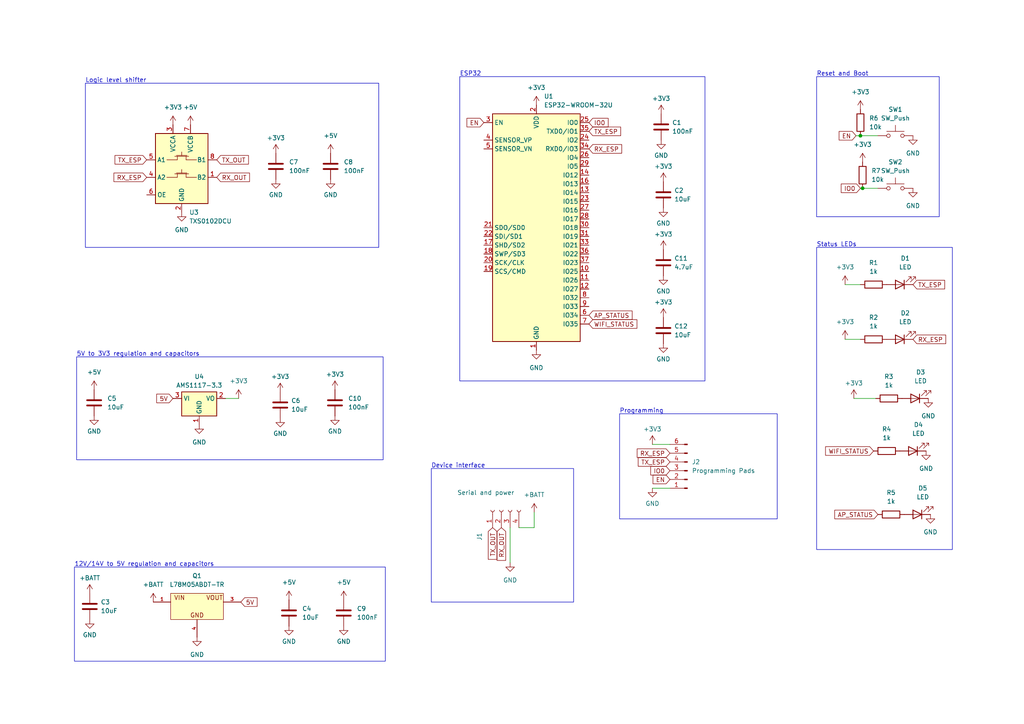
<source format=kicad_sch>
(kicad_sch (version 20230121) (generator eeschema)
  (paper "A4")
  (lib_symbols
    (symbol "Connector:Conn_01x04_Socket" (pin_names (offset 1.016) hide)
      (property "Reference" "J" (at 0 5.08 0))
      (property "Value" "Conn_01x04_Socket" (at 0 -7.62 0))
      (symbol "Conn_01x04_Socket_1_1"
        (arc (start 0 -4.572) (mid -0.5058 -5.08) (end 0 -5.588) (stroke (width 0.1524)))
        (arc (start 0 -2.032) (mid -0.5058 -2.54) (end 0 -3.048) (stroke (width 0.1524)))
        (polyline (pts (xy -1.27 -5.08) (xy -0.508 -5.08)) (stroke (width 0.1524)))
        (polyline (pts (xy -1.27 -2.54) (xy -0.508 -2.54)) (stroke (width 0.1524)))
        (polyline (pts (xy -1.27 0) (xy -0.508 0)) (stroke (width 0.1524)))
        (polyline (pts (xy -1.27 2.54) (xy -0.508 2.54)) (stroke (width 0.1524)))
        (arc (start 0 0.508) (mid -0.5058 0) (end 0 -0.508) (stroke (width 0.1524)))
        (arc (start 0 3.048) (mid -0.5058 2.54) (end 0 2.032) (stroke (width 0.1524)))
        (pin passive line (at -5.08 2.54 0) (length 3.81) (name "Pin_1") (number "1"))
        (pin passive line (at -5.08 0 0) (length 3.81) (name "Pin_2") (number "2"))
        (pin passive line (at -5.08 -2.54 0) (length 3.81) (name "Pin_3") (number "3"))
        (pin passive line (at -5.08 -5.08 0) (length 3.81) (name "Pin_4") (number "4"))
      )
    )
    (symbol "Connector:Conn_01x06_Pin" (pin_names (offset 1.016) hide)
      (property "Reference" "J" (at 0 7.62 0))
      (property "Value" "Conn_01x06_Pin" (at 0 -10.16 0))
      (symbol "Conn_01x06_Pin_1_1"
        (polyline (pts (xy 1.27 -7.62) (xy 0.8636 -7.62)) (stroke (width 0.1524)))
        (polyline (pts (xy 1.27 -5.08) (xy 0.8636 -5.08)) (stroke (width 0.1524)))
        (polyline (pts (xy 1.27 -2.54) (xy 0.8636 -2.54)) (stroke (width 0.1524)))
        (polyline (pts (xy 1.27 0) (xy 0.8636 0)) (stroke (width 0.1524)))
        (polyline (pts (xy 1.27 2.54) (xy 0.8636 2.54)) (stroke (width 0.1524)))
        (polyline (pts (xy 1.27 5.08) (xy 0.8636 5.08)) (stroke (width 0.1524)))
        (rectangle (start 0.8636 -7.493) (end 0 -7.747) (stroke (width 0.1524)) (fill (type outline)))
        (rectangle (start 0.8636 -4.953) (end 0 -5.207) (stroke (width 0.1524)) (fill (type outline)))
        (rectangle (start 0.8636 -2.413) (end 0 -2.667) (stroke (width 0.1524)) (fill (type outline)))
        (rectangle (start 0.8636 0.127) (end 0 -0.127) (stroke (width 0.1524)) (fill (type outline)))
        (rectangle (start 0.8636 2.667) (end 0 2.413) (stroke (width 0.1524)) (fill (type outline)))
        (rectangle (start 0.8636 5.207) (end 0 4.953) (stroke (width 0.1524)) (fill (type outline)))
        (pin passive line (at 5.08 5.08 180) (length 3.81) (name "Pin_1") (number "1"))
        (pin passive line (at 5.08 2.54 180) (length 3.81) (name "Pin_2") (number "2"))
        (pin passive line (at 5.08 0 180) (length 3.81) (name "Pin_3") (number "3"))
        (pin passive line (at 5.08 -2.54 180) (length 3.81) (name "Pin_4") (number "4"))
        (pin passive line (at 5.08 -5.08 180) (length 3.81) (name "Pin_5") (number "5"))
        (pin passive line (at 5.08 -7.62 180) (length 3.81) (name "Pin_6") (number "6"))
      )
    )
    (symbol "Device:C" (pin_numbers hide) (pin_names (offset 0.254))
      (property "Reference" "C" (at 0.635 2.54 0))
      (property "Value" "C" (at 0.635 -2.54 0))
      (symbol "C_0_1"
        (polyline (pts (xy -2.032 -0.762) (xy 2.032 -0.762)) (stroke (width 0.508)))
        (polyline (pts (xy -2.032 0.762) (xy 2.032 0.762)) (stroke (width 0.508)))
      )
      (symbol "C_1_1"
        (pin passive line (at 0 3.81 270) (length 2.794) (name "~") (number "1"))
        (pin passive line (at 0 -3.81 90) (length 2.794) (name "~") (number "2"))
      )
    )
    (symbol "Device:LED" (pin_numbers hide) (pin_names (offset 1.016) hide)
      (property "Reference" "D" (at 0 2.54 0))
      (property "Value" "LED" (at 0 -2.54 0))
      (symbol "LED_0_1"
        (polyline (pts (xy -1.27 -1.27) (xy -1.27 1.27)) (stroke (width 0.254)))
        (polyline (pts (xy -1.27 0) (xy 1.27 0)))
        (polyline (pts (xy 1.27 -1.27) (xy 1.27 1.27) (xy -1.27 0) (xy 1.27 -1.27)) (stroke (width 0.254)))
        (polyline (pts (xy -3.048 -0.762) (xy -4.572 -2.286) (xy -3.81 -2.286) (xy -4.572 -2.286) (xy -4.572 -1.524)))
        (polyline (pts (xy -1.778 -0.762) (xy -3.302 -2.286) (xy -2.54 -2.286) (xy -3.302 -2.286) (xy -3.302 -1.524)))
      )
      (symbol "LED_1_1"
        (pin passive line (at -3.81 0 0) (length 2.54) (name "K") (number "1"))
        (pin passive line (at 3.81 0 180) (length 2.54) (name "A") (number "2"))
      )
    )
    (symbol "Device:R" (pin_numbers hide) (pin_names (offset 0))
      (property "Reference" "R" (at 2.032 0 90))
      (property "Value" "R" (at 0 0 90))
      (symbol "R_0_1"
        (rectangle (start -1.016 -2.54) (end 1.016 2.54) (stroke (width 0.254)))
      )
      (symbol "R_1_1"
        (pin passive line (at 0 3.81 270) (length 1.27) (name "~") (number "1"))
        (pin passive line (at 0 -3.81 90) (length 1.27) (name "~") (number "2"))
      )
    )
    (symbol "JLC:L78M05ABDT-TR" (pin_names hide)
      (property "Reference" "Q" (at 0 1.27 0))
      (property "Value" "L78M05ABDT-TR" (at 0 -2.54 0))
      (symbol "L78M05ABDT-TR_0_1"
        (rectangle (start -7.62 6.35) (end 7.62 -1.27) (fill (type background)))
        (pin power_in line (at -12.7 3.81 0) (length 5.08) (name "IN") (number "1"))
        (pin power_in line (at 12.7 3.81 180) (length 5.08) (name "OUT") (number "3"))
        (pin power_in line (at 0 -6.35 90) (length 5.08) (name "GND") (number "4"))
      )
      (symbol "L78M05ABDT-TR_1_1"
        (text "GND" (at 0 0 0) (effects (font (size 1.27 1.27))))
        (text "VIN" (at -5.08 5.08 0) (effects (font (size 1.27 1.27))))
        (text "VOUT" (at 5.08 5.08 0) (effects (font (size 1.27 1.27))))
      )
    )
    (symbol "Logic_LevelTranslator:TXS0102DCU"
      (property "Reference" "U" (at -6.35 11.43 0))
      (property "Value" "TXS0102DCU" (at 3.81 11.43 0))
      (symbol "TXS0102DCU_0_1"
        (rectangle (start -7.62 10.16) (end 7.62 -10.16) (stroke (width 0.254)) (fill (type background)))
        (polyline (pts (xy -4.318 -2.54) (xy -1.27 -2.54)))
        (polyline (pts (xy -2.032 -1.524) (xy 2.032 -1.524)))
        (polyline (pts (xy -1.524 -1.27) (xy 1.524 -1.27)))
        (polyline (pts (xy -1.27 -2.54) (xy -1.27 -1.524)))
        (polyline (pts (xy 0 -1.27) (xy 0 -0.254)))
        (polyline (pts (xy 1.27 -2.54) (xy 1.27 -1.524)))
        (polyline (pts (xy 4.318 -2.54) (xy 1.27 -2.54)))
      )
      (symbol "TXS0102DCU_1_1"
        (polyline (pts (xy -4.318 2.54) (xy -1.27 2.54)))
        (polyline (pts (xy -2.032 3.556) (xy 2.032 3.556)))
        (polyline (pts (xy -1.524 3.81) (xy 1.524 3.81)))
        (polyline (pts (xy -1.27 2.54) (xy -1.27 3.556)))
        (polyline (pts (xy 0 3.81) (xy 0 4.826)))
        (polyline (pts (xy 1.27 2.54) (xy 1.27 3.556)))
        (polyline (pts (xy 4.318 2.54) (xy 1.27 2.54)))
        (pin bidirectional line (at 10.16 -2.54 180) (length 2.54) (name "B2") (number "1"))
        (pin power_in line (at 0 -12.7 90) (length 2.54) (name "GND") (number "2"))
        (pin power_in line (at -2.54 12.7 270) (length 2.54) (name "VCCA") (number "3"))
        (pin bidirectional line (at -10.16 -2.54 0) (length 2.54) (name "A2") (number "4"))
        (pin bidirectional line (at -10.16 2.54 0) (length 2.54) (name "A1") (number "5"))
        (pin input line (at -10.16 -7.62 0) (length 2.54) (name "OE") (number "6"))
        (pin power_in line (at 2.54 12.7 270) (length 2.54) (name "VCCB") (number "7"))
        (pin bidirectional line (at 10.16 2.54 180) (length 2.54) (name "B1") (number "8"))
      )
    )
    (symbol "RF_Module:ESP32-WROOM-32U"
      (property "Reference" "U" (at -12.7 34.29 0))
      (property "Value" "ESP32-WROOM-32U" (at 1.27 34.29 0))
      (symbol "ESP32-WROOM-32U_0_1"
        (rectangle (start -12.7 33.02) (end 12.7 -33.02) (stroke (width 0.254)) (fill (type background)))
      )
      (symbol "ESP32-WROOM-32U_1_1"
        (pin power_in line (at 0 -35.56 90) (length 2.54) (name "GND") (number "1"))
        (pin bidirectional line (at 15.24 -12.7 180) (length 2.54) (name "IO25") (number "10"))
        (pin bidirectional line (at 15.24 -15.24 180) (length 2.54) (name "IO26") (number "11"))
        (pin bidirectional line (at 15.24 -17.78 180) (length 2.54) (name "IO27") (number "12"))
        (pin bidirectional line (at 15.24 10.16 180) (length 2.54) (name "IO14") (number "13"))
        (pin bidirectional line (at 15.24 15.24 180) (length 2.54) (name "IO12") (number "14"))
        (pin passive line (at 0 -35.56 90) (length 2.54) hide (name "GND") (number "15"))
        (pin bidirectional line (at 15.24 12.7 180) (length 2.54) (name "IO13") (number "16"))
        (pin bidirectional line (at -15.24 -5.08 0) (length 2.54) (name "SHD/SD2") (number "17"))
        (pin bidirectional line (at -15.24 -7.62 0) (length 2.54) (name "SWP/SD3") (number "18"))
        (pin bidirectional line (at -15.24 -12.7 0) (length 2.54) (name "SCS/CMD") (number "19"))
        (pin power_in line (at 0 35.56 270) (length 2.54) (name "VDD") (number "2"))
        (pin bidirectional line (at -15.24 -10.16 0) (length 2.54) (name "SCK/CLK") (number "20"))
        (pin bidirectional line (at -15.24 0 0) (length 2.54) (name "SDO/SD0") (number "21"))
        (pin bidirectional line (at -15.24 -2.54 0) (length 2.54) (name "SDI/SD1") (number "22"))
        (pin bidirectional line (at 15.24 7.62 180) (length 2.54) (name "IO15") (number "23"))
        (pin bidirectional line (at 15.24 25.4 180) (length 2.54) (name "IO2") (number "24"))
        (pin bidirectional line (at 15.24 30.48 180) (length 2.54) (name "IO0") (number "25"))
        (pin bidirectional line (at 15.24 20.32 180) (length 2.54) (name "IO4") (number "26"))
        (pin bidirectional line (at 15.24 5.08 180) (length 2.54) (name "IO16") (number "27"))
        (pin bidirectional line (at 15.24 2.54 180) (length 2.54) (name "IO17") (number "28"))
        (pin bidirectional line (at 15.24 17.78 180) (length 2.54) (name "IO5") (number "29"))
        (pin input line (at -15.24 30.48 0) (length 2.54) (name "EN") (number "3"))
        (pin bidirectional line (at 15.24 0 180) (length 2.54) (name "IO18") (number "30"))
        (pin bidirectional line (at 15.24 -2.54 180) (length 2.54) (name "IO19") (number "31"))
        (pin no_connect line (at -12.7 -27.94 0) (length 2.54) hide (name "NC") (number "32"))
        (pin bidirectional line (at 15.24 -5.08 180) (length 2.54) (name "IO21") (number "33"))
        (pin bidirectional line (at 15.24 22.86 180) (length 2.54) (name "RXD0/IO3") (number "34"))
        (pin bidirectional line (at 15.24 27.94 180) (length 2.54) (name "TXD0/IO1") (number "35"))
        (pin bidirectional line (at 15.24 -7.62 180) (length 2.54) (name "IO22") (number "36"))
        (pin bidirectional line (at 15.24 -10.16 180) (length 2.54) (name "IO23") (number "37"))
        (pin passive line (at 0 -35.56 90) (length 2.54) hide (name "GND") (number "38"))
        (pin passive line (at 0 -35.56 90) (length 2.54) hide (name "GND") (number "39"))
        (pin input line (at -15.24 25.4 0) (length 2.54) (name "SENSOR_VP") (number "4"))
        (pin input line (at -15.24 22.86 0) (length 2.54) (name "SENSOR_VN") (number "5"))
        (pin input line (at 15.24 -25.4 180) (length 2.54) (name "IO34") (number "6"))
        (pin input line (at 15.24 -27.94 180) (length 2.54) (name "IO35") (number "7"))
        (pin bidirectional line (at 15.24 -20.32 180) (length 2.54) (name "IO32") (number "8"))
        (pin bidirectional line (at 15.24 -22.86 180) (length 2.54) (name "IO33") (number "9"))
      )
    )
    (symbol "Regulator_Linear:AMS1117-3.3"
      (property "Reference" "U" (at -3.81 3.175 0))
      (property "Value" "AMS1117-3.3" (at 0 3.175 0))
      (symbol "AMS1117-3.3_0_1"
        (rectangle (start -5.08 -5.08) (end 5.08 1.905) (stroke (width 0.254)) (fill (type background)))
      )
      (symbol "AMS1117-3.3_1_1"
        (pin power_in line (at 0 -7.62 90) (length 2.54) (name "GND") (number "1"))
        (pin power_out line (at 7.62 0 180) (length 2.54) (name "VO") (number "2"))
        (pin power_in line (at -7.62 0 0) (length 2.54) (name "VI") (number "3"))
      )
    )
    (symbol "Switch:SW_Push" (pin_numbers hide) (pin_names (offset 1.016) hide)
      (property "Reference" "SW" (at 1.27 2.54 0))
      (property "Value" "SW_Push" (at 0 -1.524 0))
      (symbol "SW_Push_0_1"
        (circle (center -2.032 0) (radius 0.508))
        (polyline (pts (xy 0 1.27) (xy 0 3.048)))
        (polyline (pts (xy 2.54 1.27) (xy -2.54 1.27)))
        (circle (center 2.032 0) (radius 0.508))
        (pin passive line (at -5.08 0 0) (length 2.54) (name "1") (number "1"))
        (pin passive line (at 5.08 0 180) (length 2.54) (name "2") (number "2"))
      )
    )
    (symbol "power:+3V3" (power) (pin_names (offset 0))
      (property "Value" "+3V3" (at 0 3.556 0))
      (symbol "+3V3_0_1"
        (polyline (pts (xy -0.762 1.27) (xy 0 2.54)))
        (polyline (pts (xy 0 0) (xy 0 2.54)))
        (polyline (pts (xy 0 2.54) (xy 0.762 1.27)))
      )
      (symbol "+3V3_1_1"
        (pin power_in line (at 0 0 90) (length 0) hide (name "+3V3") (number "1"))
      )
    )
    (symbol "power:+5V" (power) (pin_names (offset 0))
      (property "Value" "+5V" (at 0 3.556 0))
      (symbol "+5V_0_1"
        (polyline (pts (xy -0.762 1.27) (xy 0 2.54)))
        (polyline (pts (xy 0 0) (xy 0 2.54)))
        (polyline (pts (xy 0 2.54) (xy 0.762 1.27)))
      )
      (symbol "+5V_1_1"
        (pin power_in line (at 0 0 90) (length 0) hide (name "+5V") (number "1"))
      )
    )
    (symbol "power:+BATT" (power) (pin_names (offset 0))
      (property "Value" "+BATT" (at 0 3.556 0))
      (symbol "+BATT_0_1"
        (polyline (pts (xy -0.762 1.27) (xy 0 2.54)))
        (polyline (pts (xy 0 0) (xy 0 2.54)))
        (polyline (pts (xy 0 2.54) (xy 0.762 1.27)))
      )
      (symbol "+BATT_1_1"
        (pin power_in line (at 0 0 90) (length 0) hide (name "+BATT") (number "1"))
      )
    )
    (symbol "power:GND" (power) (pin_names (offset 0))
      (property "Value" "GND" (at 0 -3.81 0))
      (symbol "GND_0_1"
        (polyline (pts (xy 0 0) (xy 0 -1.27) (xy 1.27 -1.27) (xy 0 -2.54) (xy -1.27 -1.27) (xy 0 -1.27)))
      )
      (symbol "GND_1_1"
        (pin power_in line (at 0 0 270) (length 0) hide (name "GND") (number "1"))
      )
    )
  )
  (junction (at 249.555 39.37))
  (junction (at 250.19 54.61))
  (wire (pts (xy 189.23 128.905) (xy 194.31 128.905)))
  (wire (pts (xy 147.955 163.195) (xy 147.955 153.035)))
  (wire (pts (xy 245.11 98.425) (xy 249.555 98.425)))
  (wire (pts (xy 247.65 115.57) (xy 254 115.57)))
  (wire (pts (xy 189.23 141.605) (xy 194.31 141.605)))
  (wire (pts (xy 245.11 82.55) (xy 249.555 82.55)))
  (wire (pts (xy 154.94 148.59) (xy 154.94 153.035)))
  (wire (pts (xy 65.405 115.57) (xy 69.215 115.57)))
  (wire (pts (xy 154.94 153.035) (xy 150.495 153.035)))
  (wire (pts (xy 248.285 39.37) (xy 249.555 39.37)))
  (wire (pts (xy 250.19 54.61) (xy 254.635 54.61)))
  (wire (pts (xy 249.555 39.37) (xy 254.635 39.37)))
  (wire (pts (xy 249.555 54.61) (xy 250.19 54.61)))
  (rectangle (start 125.095 135.89) (end 166.37 174.625))
  (rectangle (start 236.855 22.225) (end 272.415 62.865))
  (rectangle (start 22.225 103.505) (end 111.125 133.35))
  (rectangle (start 236.855 71.755) (end 276.225 159.385))
  (rectangle (start 21.59 164.465) (end 111.76 191.77))
  (rectangle (start 133.35 22.225) (end 204.47 110.49))
  (rectangle (start 24.765 24.13) (end 109.855 71.755))
  (rectangle (start 179.705 120.015) (end 225.425 150.495))
  (text "Status LEDs" (at 236.855 71.755 0) (effects (font (size 1.27 1.27)) (justify left bottom)))
  (text "Programming" (at 179.705 120.015 0) (effects (font (size 1.27 1.27)) (justify left bottom)))
  (text "ESP32" (at 133.35 22.225 0) (effects (font (size 1.27 1.27)) (justify left bottom)))
  (text "5V to 3V3 regulation and capacitors" (at 22.225 103.505 0) (effects (font (size 1.27 1.27)) (justify left bottom)))
  (text "12V/14V to 5V regulation and capacitors" (at 21.59 164.465 0) (effects (font (size 1.27 1.27)) (justify left bottom)))
  (text "Logic level shifter" (at 24.765 24.13 0) (effects (font (size 1.27 1.27)) (justify left bottom)))
  (text "Device interface" (at 125.095 135.89 0) (effects (font (size 1.27 1.27)) (justify left bottom)))
  (text "Reset and Boot" (at 236.855 22.225 0) (effects (font (size 1.27 1.27)) (justify left bottom)))
  (global_label "RX_ESP" (shape input) (at 194.31 131.445 180) (property "Intersheetrefs" "${INTERSHEET_REFS}" (effects hide)))
  (global_label "IO0" (shape input) (at 170.815 35.56 0) (property "Intersheetrefs" "${INTERSHEET_REFS}" (effects hide)))
  (global_label "TX_ESP" (shape input) (at 42.545 46.355 180) (property "Intersheetrefs" "${INTERSHEET_REFS}" (effects hide)))
  (global_label "AP_STATUS" (shape input) (at 170.815 91.44 0) (property "Intersheetrefs" "${INTERSHEET_REFS}" (effects hide)))
  (global_label "TX_ESP" (shape input) (at 194.31 133.985 180) (property "Intersheetrefs" "${INTERSHEET_REFS}" (effects hide)))
  (global_label "TX_ESP" (shape input) (at 264.795 82.55 0) (property "Intersheetrefs" "${INTERSHEET_REFS}" (effects hide)))
  (global_label "RX_OUT" (shape input) (at 145.415 153.035 270) (property "Intersheetrefs" "${INTERSHEET_REFS}" (effects hide)))
  (global_label "TX_OUT" (shape input) (at 62.865 46.355 0) (property "Intersheetrefs" "${INTERSHEET_REFS}" (effects hide)))
  (global_label "WIFI_STATUS" (shape input) (at 170.815 93.98 0) (property "Intersheetrefs" "${INTERSHEET_REFS}" (effects hide)))
  (global_label "WIFI_STATUS" (shape input) (at 253.365 130.81 180) (property "Intersheetrefs" "${INTERSHEET_REFS}" (effects hide)))
  (global_label "RX_ESP" (shape input) (at 264.795 98.425 0) (property "Intersheetrefs" "${INTERSHEET_REFS}" (effects hide)))
  (global_label "EN" (shape input) (at 248.285 39.37 180) (property "Intersheetrefs" "${INTERSHEET_REFS}" (effects hide)))
  (global_label "TX_ESP" (shape input) (at 170.815 38.1 0) (property "Intersheetrefs" "${INTERSHEET_REFS}" (effects hide)))
  (global_label "EN" (shape input) (at 194.31 139.065 180) (property "Intersheetrefs" "${INTERSHEET_REFS}" (effects hide)))
  (global_label "EN" (shape input) (at 140.335 35.56 180) (property "Intersheetrefs" "${INTERSHEET_REFS}" (effects hide)))
  (global_label "RX_ESP" (shape input) (at 170.815 43.18 0) (property "Intersheetrefs" "${INTERSHEET_REFS}" (effects hide)))
  (global_label "IO0" (shape input) (at 249.555 54.61 180) (property "Intersheetrefs" "${INTERSHEET_REFS}" (effects hide)))
  (global_label "AP_STATUS" (shape input) (at 254.635 149.225 180) (property "Intersheetrefs" "${INTERSHEET_REFS}" (effects hide)))
  (global_label "5V" (shape input) (at 50.165 115.57 180) (property "Intersheetrefs" "${INTERSHEET_REFS}" (effects hide)))
  (global_label "RX_OUT" (shape input) (at 62.865 51.435 0) (property "Intersheetrefs" "${INTERSHEET_REFS}" (effects hide)))
  (global_label "5V" (shape input) (at 69.85 174.625 0) (property "Intersheetrefs" "${INTERSHEET_REFS}" (effects hide)))
  (global_label "IO0" (shape input) (at 194.31 136.525 180) (property "Intersheetrefs" "${INTERSHEET_REFS}" (effects hide)))
  (global_label "RX_ESP" (shape input) (at 42.545 51.435 180) (property "Intersheetrefs" "${INTERSHEET_REFS}" (effects hide)))
  (global_label "TX_OUT" (shape input) (at 142.875 153.035 270) (property "Intersheetrefs" "${INTERSHEET_REFS}" (effects hide)))
  (symbol (lib_id "power:+5V") (at 27.305 113.03 0) (unit 1)
    (property "Reference" "#PWR031" (effects hide))
    (property "Value" "+5V" (at 27.305 107.95 0))
  )
  (symbol (lib_id "power:GND") (at 57.785 123.19 0) (unit 1)
    (property "Reference" "#PWR02" (effects hide))
    (property "Value" "GND" (at 57.785 128.27 0))
  )
  (symbol (lib_id "Device:R") (at 253.365 82.55 90) (unit 1)
    (property "Reference" "R1" (at 253.365 76.2 90))
    (property "Value" "1k" (at 253.365 78.74 90))
    (property "Footprint" "Resistor_SMD:R_0805_2012Metric" (effects hide))
  )
  (symbol (lib_id "Device:C") (at 191.77 36.83 0) (unit 1)
    (property "Reference" "C1" (at 194.945 35.56 0) (effects (justify left)))
    (property "Value" "100nF" (at 194.945 38.1 0) (effects (justify left)))
    (property "Footprint" "Capacitor_SMD:C_0805_2012Metric" (effects hide))
  )
  (symbol (lib_id "power:GND") (at 264.795 39.37 0) (unit 1)
    (property "Reference" "#PWR019" (effects hide))
    (property "Value" "GND" (at 264.795 44.45 0))
  )
  (symbol (lib_id "power:GND") (at 27.305 120.65 0) (unit 1)
    (property "Reference" "#PWR032" (effects hide))
    (property "Value" "GND" (at 27.305 125.095 0))
  )
  (symbol (lib_id "Switch:SW_Push") (at 259.715 39.37 0) (unit 1)
    (property "Reference" "SW1" (at 259.715 31.75 0))
    (property "Value" "SW_Push" (at 259.715 34.29 0))
    (property "Footprint" "Button_Switch_SMD:SW_Push_1P1T_XKB_TS-1187A" (effects hide))
    (property "JLC" "C318884" (effects hide))
  )
  (symbol (lib_id "Device:R") (at 257.81 115.57 90) (unit 1)
    (property "Reference" "R3" (at 257.81 109.22 90))
    (property "Value" "1k" (at 257.81 111.76 90))
    (property "Footprint" "Resistor_SMD:R_0805_2012Metric" (effects hide))
  )
  (symbol (lib_id "Device:C") (at 83.82 177.8 0) (unit 1)
    (property "Reference" "C4" (at 87.63 176.53 0) (effects (justify left)))
    (property "Value" "10uF" (at 87.63 179.07 0) (effects (justify left)))
    (property "Footprint" "Capacitor_SMD:C_0805_2012Metric" (effects hide))
  )
  (symbol (lib_id "power:+5V") (at 83.82 173.99 0) (unit 1)
    (property "Reference" "#PWR029" (effects hide))
    (property "Value" "+5V" (at 83.82 168.91 0))
  )
  (symbol (lib_id "Device:C") (at 27.305 116.84 0) (unit 1)
    (property "Reference" "C5" (at 31.115 115.57 0) (effects (justify left)))
    (property "Value" "10uF" (at 31.115 118.11 0) (effects (justify left)))
    (property "Footprint" "Capacitor_SMD:C_0805_2012Metric" (effects hide))
  )
  (symbol (lib_id "Device:C") (at 81.28 117.475 0) (unit 1)
    (property "Reference" "C6" (at 84.455 116.205 0) (effects (justify left)))
    (property "Value" "10uF" (at 84.455 118.745 0) (effects (justify left)))
    (property "Footprint" "Capacitor_SMD:C_0805_2012Metric" (effects hide))
  )
  (symbol (lib_id "power:+5V") (at 99.695 173.99 0) (unit 1)
    (property "Reference" "#PWR039" (effects hide))
    (property "Value" "+5V" (at 99.695 168.91 0))
  )
  (symbol (lib_id "power:GND") (at 155.575 101.6 0) (unit 1)
    (property "Reference" "#PWR03" (effects hide))
    (property "Value" "GND" (at 155.575 106.68 0))
  )
  (symbol (lib_id "Device:C") (at 26.035 175.895 0) (unit 1)
    (property "Reference" "C3" (at 29.21 174.625 0) (effects (justify left)))
    (property "Value" "10uF" (at 29.21 177.165 0) (effects (justify left)))
    (property "Footprint" "Capacitor_SMD:C_0805_2012Metric" (effects hide))
  )
  (symbol (lib_id "power:+3V3") (at 69.215 115.57 0) (unit 1)
    (property "Reference" "#PWR06" (effects hide))
    (property "Value" "+3V3" (at 69.215 110.49 0))
  )
  (symbol (lib_id "power:GND") (at 26.035 179.705 0) (unit 1)
    (property "Reference" "#PWR028" (effects hide))
    (property "Value" "GND" (at 26.035 184.15 0))
  )
  (symbol (lib_id "power:+3V3") (at 250.19 46.99 0) (unit 1)
    (property "Reference" "#PWR018" (effects hide))
    (property "Value" "+3V3" (at 250.19 41.91 0))
  )
  (symbol (lib_id "power:+3V3") (at 249.555 31.75 0) (unit 1)
    (property "Reference" "#PWR011" (effects hide))
    (property "Value" "+3V3" (at 249.555 26.67 0))
  )
  (symbol (lib_id "Device:R") (at 258.445 149.225 90) (unit 1)
    (property "Reference" "R5" (at 258.445 142.875 90))
    (property "Value" "1k" (at 258.445 145.415 90))
    (property "Footprint" "Resistor_SMD:R_0805_2012Metric" (effects hide))
  )
  (symbol (lib_id "power:+3V3") (at 245.11 82.55 0) (unit 1)
    (property "Reference" "#PWR012" (effects hide))
    (property "Value" "+3V3" (at 245.11 77.47 0))
  )
  (symbol (lib_id "Device:LED") (at 260.985 82.55 180) (unit 1)
    (property "Reference" "D1" (at 262.5725 74.93 0))
    (property "Value" "LED" (at 262.5725 77.47 0))
    (property "Footprint" "LED_SMD:LED_0805_2012Metric" (effects hide))
  )
  (symbol (lib_id "power:GND") (at 147.955 163.195 0) (unit 1)
    (property "Reference" "#PWR05" (effects hide))
    (property "Value" "GND" (at 147.955 168.275 0))
  )
  (symbol (lib_id "power:GND") (at 99.695 181.61 0) (unit 1)
    (property "Reference" "#PWR040" (effects hide))
    (property "Value" "GND" (at 99.695 186.055 0))
  )
  (symbol (lib_id "power:GND") (at 191.77 40.64 0) (unit 1)
    (property "Reference" "#PWR026" (effects hide))
    (property "Value" "GND" (at 191.77 45.085 0))
  )
  (symbol (lib_id "power:+3V3") (at 81.28 113.665 0) (unit 1)
    (property "Reference" "#PWR033" (effects hide))
    (property "Value" "+3V3" (at 81.28 109.22 0))
  )
  (symbol (lib_id "Device:LED") (at 265.43 115.57 180) (unit 1)
    (property "Reference" "D3" (at 267.0175 107.95 0))
    (property "Value" "LED" (at 267.0175 110.49 0))
    (property "Footprint" "LED_SMD:LED_0805_2012Metric" (effects hide))
  )
  (symbol (lib_id "power:+5V") (at 95.885 44.45 0) (unit 1)
    (property "Reference" "#PWR038" (effects hide))
    (property "Value" "+5V" (at 95.885 39.37 0))
  )
  (symbol (lib_id "Device:R") (at 253.365 98.425 90) (unit 1)
    (property "Reference" "R2" (at 253.365 92.075 90))
    (property "Value" "1k" (at 253.365 94.615 90))
    (property "Footprint" "Resistor_SMD:R_0805_2012Metric" (effects hide))
  )
  (symbol (lib_id "power:GND") (at 52.705 61.595 0) (unit 1)
    (property "Reference" "#PWR04" (effects hide))
    (property "Value" "GND" (at 52.705 66.675 0))
  )
  (symbol (lib_id "Device:C") (at 192.405 56.515 0) (unit 1)
    (property "Reference" "C2" (at 195.58 55.245 0) (effects (justify left)))
    (property "Value" "10uF" (at 195.58 57.785 0) (effects (justify left)))
    (property "Footprint" "Capacitor_SMD:C_0805_2012Metric" (effects hide))
  )
  (symbol (lib_id "power:GND") (at 57.15 184.785 0) (unit 1)
    (property "Reference" "#PWR01" (effects hide))
    (property "Value" "GND" (at 57.15 189.865 0))
  )
  (symbol (lib_id "Device:LED") (at 260.985 98.425 180) (unit 1)
    (property "Reference" "D2" (at 262.5725 90.805 0))
    (property "Value" "LED" (at 262.5725 93.345 0))
    (property "Footprint" "LED_SMD:LED_0805_2012Metric" (effects hide))
  )
  (symbol (lib_id "power:GND") (at 269.875 149.225 0) (unit 1)
    (property "Reference" "#PWR017" (effects hide))
    (property "Value" "GND" (at 269.875 154.305 0))
  )
  (symbol (lib_id "power:+3V3") (at 191.77 33.02 0) (unit 1)
    (property "Reference" "#PWR023" (effects hide))
    (property "Value" "+3V3" (at 191.77 28.575 0))
  )
  (symbol (lib_id "Device:R") (at 250.19 50.8 180) (unit 1)
    (property "Reference" "R7" (at 252.73 49.53 0) (effects (justify right)))
    (property "Value" "10k" (at 252.73 52.07 0) (effects (justify right)))
    (property "Footprint" "Resistor_SMD:R_0805_2012Metric" (effects hide))
  )
  (symbol (lib_id "Device:C") (at 192.405 95.885 0) (unit 1)
    (property "Reference" "C12" (at 195.58 94.615 0) (effects (justify left)))
    (property "Value" "10uF" (at 195.58 97.155 0) (effects (justify left)))
    (property "Footprint" "Capacitor_SMD:C_0805_2012Metric" (effects hide))
  )
  (symbol (lib_id "Device:R") (at 249.555 35.56 180) (unit 1)
    (property "Reference" "R6" (at 252.095 34.29 0) (effects (justify right)))
    (property "Value" "10k" (at 252.095 36.83 0) (effects (justify right)))
    (property "Footprint" "Resistor_SMD:R_0805_2012Metric" (effects hide))
  )
  (symbol (lib_id "power:+BATT") (at 26.035 172.085 0) (unit 1)
    (property "Reference" "#PWR025" (effects hide))
    (property "Value" "+BATT" (at 26.035 167.64 0))
  )
  (symbol (lib_id "power:+BATT") (at 44.45 174.625 0) (unit 1)
    (property "Reference" "#PWR08" (effects hide))
    (property "Value" "+BATT" (at 44.45 169.545 0))
  )
  (symbol (lib_id "power:GND") (at 95.885 52.07 0) (unit 1)
    (property "Reference" "#PWR043" (effects hide))
    (property "Value" "GND" (at 95.885 56.515 0))
  )
  (symbol (lib_id "RF_Module:ESP32-WROOM-32U") (at 155.575 66.04 0) (unit 1)
    (property "Reference" "U1" (at 157.7691 27.94 0) (effects (justify left)))
    (property "Value" "ESP32-WROOM-32U" (at 157.7691 30.48 0) (effects (justify left)))
    (property "Footprint" "RF_Module:ESP32-WROOM-32UE" (effects hide))
    (property "Datasheet" "https://www.espressif.com/sites/default/files/documentation/esp32-wroom-32d_esp32-wroom-32u_datasheet_en.pdf" (effects hide))
  )
  (symbol (lib_id "power:GND") (at 269.24 115.57 0) (unit 1)
    (property "Reference" "#PWR014" (effects hide))
    (property "Value" "GND" (at 269.24 120.65 0))
  )
  (symbol (lib_id "power:GND") (at 192.405 99.695 0) (unit 1)
    (property "Reference" "#PWR047" (effects hide))
    (property "Value" "GND" (at 192.405 104.14 0))
  )
  (symbol (lib_id "Regulator_Linear:AMS1117-3.3") (at 57.785 115.57 0) (unit 1)
    (property "Reference" "U4" (at 57.785 109.22 0))
    (property "Value" "AMS1117-3.3" (at 57.785 111.76 0))
    (property "Footprint" "Package_TO_SOT_SMD:SOT-223-3_TabPin2" (effects hide))
    (property "Datasheet" "http://www.advanced-monolithic.com/pdf/ds1117.pdf" (effects hide))
  )
  (symbol (lib_id "power:+3V3") (at 245.11 98.425 0) (unit 1)
    (property "Reference" "#PWR013" (effects hide))
    (property "Value" "+3V3" (at 245.11 93.345 0))
  )
  (symbol (lib_id "Device:LED") (at 266.065 149.225 180) (unit 1)
    (property "Reference" "D5" (at 267.6525 141.605 0))
    (property "Value" "LED" (at 267.6525 144.145 0))
    (property "Footprint" "LED_SMD:LED_0805_2012Metric" (effects hide))
  )
  (symbol (lib_id "JLC:L78M05ABDT-TR") (at 57.15 178.435 0) (unit 1)
    (property "Reference" "Q1" (at 57.15 167.005 0))
    (property "Value" "L78M05ABDT-TR" (at 57.15 169.545 0))
    (property "Footprint" "JLC:TO-252-2_L6.5-W6.1-P4.58-LS10.0-TL" (effects hide))
    (property "Datasheet" "https://item.szlcsc.com/82618.html" (effects hide))
    (property "LCSC" "C58069" (effects hide))
  )
  (symbol (lib_id "power:+3V3") (at 80.01 44.45 0) (unit 1)
    (property "Reference" "#PWR036" (effects hide))
    (property "Value" "+3V3" (at 80.01 40.005 0))
  )
  (symbol (lib_id "power:GND") (at 192.405 80.01 0) (unit 1)
    (property "Reference" "#PWR045" (effects hide))
    (property "Value" "GND" (at 192.405 84.455 0))
  )
  (symbol (lib_id "Logic_LevelTranslator:TXS0102DCU") (at 52.705 48.895 0) (unit 1)
    (property "Reference" "U3" (at 54.8991 61.595 0) (effects (justify left)))
    (property "Value" "TXS0102DCU" (at 54.8991 64.135 0) (effects (justify left)))
    (property "Footprint" "Package_SO:VSSOP-8_2.3x2mm_P0.5mm" (effects hide))
    (property "Datasheet" "http://www.ti.com/lit/gpn/txs0102" (effects hide))
    (property "JLC" "C53434" (effects hide))
  )
  (symbol (lib_id "power:+3V3") (at 192.405 72.39 0) (unit 1)
    (property "Reference" "#PWR044" (effects hide))
    (property "Value" "+3V3" (at 192.405 67.945 0))
  )
  (symbol (lib_id "Device:C") (at 97.155 116.84 0) (unit 1)
    (property "Reference" "C10" (at 100.965 115.57 0) (effects (justify left)))
    (property "Value" "100nF" (at 100.965 118.11 0) (effects (justify left)))
    (property "Footprint" "Capacitor_SMD:C_0805_2012Metric" (effects hide))
  )
  (symbol (lib_id "power:+3V3") (at 97.155 113.03 0) (unit 1)
    (property "Reference" "#PWR041" (effects hide))
    (property "Value" "+3V3" (at 97.155 108.585 0))
  )
  (symbol (lib_id "Device:LED") (at 264.795 130.81 180) (unit 1)
    (property "Reference" "D4" (at 266.3825 123.19 0))
    (property "Value" "LED" (at 266.3825 125.73 0))
    (property "Footprint" "LED_SMD:LED_0805_2012Metric" (effects hide))
  )
  (symbol (lib_id "Device:C") (at 192.405 76.2 0) (unit 1)
    (property "Reference" "C11" (at 195.58 74.93 0) (effects (justify left)))
    (property "Value" "4.7uF" (at 195.58 77.47 0) (effects (justify left)))
    (property "Footprint" "Capacitor_SMD:C_0805_2012Metric" (effects hide))
  )
  (symbol (lib_id "power:GND") (at 83.82 181.61 0) (unit 1)
    (property "Reference" "#PWR030" (effects hide))
    (property "Value" "GND" (at 83.82 186.055 0))
  )
  (symbol (lib_id "power:+3V3") (at 192.405 52.705 0) (unit 1)
    (property "Reference" "#PWR024" (effects hide))
    (property "Value" "+3V3" (at 192.405 48.26 0))
  )
  (symbol (lib_id "Device:R") (at 257.175 130.81 90) (unit 1)
    (property "Reference" "R4" (at 257.175 124.46 90))
    (property "Value" "1k" (at 257.175 127 90))
    (property "Footprint" "Resistor_SMD:R_0805_2012Metric" (effects hide))
  )
  (symbol (lib_id "power:+3V3") (at 155.575 30.48 0) (unit 1)
    (property "Reference" "#PWR010" (effects hide))
    (property "Value" "+3V3" (at 155.575 25.4 0))
  )
  (symbol (lib_id "power:+3V3") (at 50.165 36.195 0) (unit 1)
    (property "Reference" "#PWR07" (effects hide))
    (property "Value" "+3V3" (at 50.165 31.115 0))
  )
  (symbol (lib_id "Device:C") (at 99.695 177.8 0) (unit 1)
    (property "Reference" "C9" (at 103.505 176.53 0) (effects (justify left)))
    (property "Value" "100nF" (at 103.505 179.07 0) (effects (justify left)))
    (property "Footprint" "Capacitor_SMD:C_0805_2012Metric" (effects hide))
  )
  (symbol (lib_id "power:GND") (at 97.155 120.65 0) (unit 1)
    (property "Reference" "#PWR042" (effects hide))
    (property "Value" "GND" (at 97.155 125.095 0))
  )
  (symbol (lib_id "Device:C") (at 95.885 48.26 0) (unit 1)
    (property "Reference" "C8" (at 99.695 46.99 0) (effects (justify left)))
    (property "Value" "100nF" (at 99.695 49.53 0) (effects (justify left)))
    (property "Footprint" "Capacitor_SMD:C_0805_2012Metric" (effects hide))
  )
  (symbol (lib_id "power:+3V3") (at 192.405 92.075 0) (unit 1)
    (property "Reference" "#PWR046" (effects hide))
    (property "Value" "+3V3" (at 192.405 87.63 0))
  )
  (symbol (lib_id "Switch:SW_Push") (at 259.715 54.61 0) (unit 1)
    (property "Reference" "SW2" (at 259.715 46.99 0))
    (property "Value" "SW_Push" (at 259.715 49.53 0))
    (property "Footprint" "Button_Switch_SMD:SW_Push_1P1T_XKB_TS-1187A" (effects hide))
    (property "JLC" "C318884" (effects hide))
  )
  (symbol (lib_id "power:GND") (at 192.405 60.325 0) (unit 1)
    (property "Reference" "#PWR027" (effects hide))
    (property "Value" "GND" (at 192.405 64.77 0))
  )
  (symbol (lib_id "Connector:Conn_01x04_Socket") (at 145.415 147.955 90) (unit 1)
    (property "Reference" "J1" (at 139.065 156.845 0) (effects (justify left)))
    (property "Value" "Serial and power" (at 149.225 142.875 90) (effects (justify left)))
    (property "Footprint" "Connector_PinSocket_2.54mm:PinSocket_1x04_P2.54mm_Vertical" (effects hide))
  )
  (symbol (lib_id "power:GND") (at 264.795 54.61 0) (unit 1)
    (property "Reference" "#PWR020" (effects hide))
    (property "Value" "GND" (at 264.795 59.69 0))
  )
  (symbol (lib_id "power:+3V3") (at 189.23 128.905 0) (unit 1)
    (property "Reference" "#PWR022" (effects hide))
    (property "Value" "+3V3" (at 189.23 124.46 0))
  )
  (symbol (lib_id "Connector:Conn_01x06_Pin") (at 199.39 136.525 180) (unit 1)
    (property "Reference" "J2" (at 200.66 133.985 0) (effects (justify right)))
    (property "Value" "Programming Pads" (at 200.66 136.525 0) (effects (justify right)))
    (property "Footprint" "Connector_PinHeader_1.27mm:PinHeader_1x06_P1.27mm_Vertical" (effects hide))
  )
  (symbol (lib_id "power:+3V3") (at 247.65 115.57 0) (unit 1)
    (property "Reference" "#PWR016" (effects hide))
    (property "Value" "+3V3" (at 247.65 111.125 0))
  )
  (symbol (lib_id "power:GND") (at 81.28 121.285 0) (unit 1)
    (property "Reference" "#PWR034" (effects hide))
    (property "Value" "GND" (at 81.28 125.73 0))
  )
  (symbol (lib_id "power:+5V") (at 55.245 36.195 0) (unit 1)
    (property "Reference" "#PWR035" (effects hide))
    (property "Value" "+5V" (at 55.245 31.115 0))
  )
  (symbol (lib_id "power:GND") (at 189.23 141.605 0) (unit 1)
    (property "Reference" "#PWR021" (effects hide))
    (property "Value" "GND" (at 189.23 146.05 0))
  )
  (symbol (lib_id "power:+BATT") (at 154.94 148.59 0) (unit 1)
    (property "Reference" "#PWR09" (effects hide))
    (property "Value" "+BATT" (at 154.94 143.51 0))
  )
  (symbol (lib_id "Device:C") (at 80.01 48.26 0) (unit 1)
    (property "Reference" "C7" (at 83.82 46.99 0) (effects (justify left)))
    (property "Value" "100nF" (at 83.82 49.53 0) (effects (justify left)))
    (property "Footprint" "Capacitor_SMD:C_0805_2012Metric" (effects hide))
  )
  (symbol (lib_id "power:GND") (at 80.01 52.07 0) (unit 1)
    (property "Reference" "#PWR037" (effects hide))
    (property "Value" "GND" (at 80.01 56.515 0))
  )
  (symbol (lib_id "power:GND") (at 268.605 130.81 0) (unit 1)
    (property "Reference" "#PWR015" (effects hide))
    (property "Value" "GND" (at 268.605 135.89 0))
  )
)
</source>
